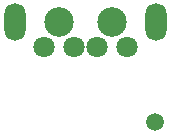
<source format=gbr>
%TF.GenerationSoftware,KiCad,Pcbnew,(5.1.9)-1*%
%TF.CreationDate,2021-04-16T13:15:18-04:00*%
%TF.ProjectId,mega_nrf24_usb,6d656761-5f6e-4726-9632-345f7573622e,rev?*%
%TF.SameCoordinates,Original*%
%TF.FileFunction,Soldermask,Bot*%
%TF.FilePolarity,Negative*%
%FSLAX46Y46*%
G04 Gerber Fmt 4.6, Leading zero omitted, Abs format (unit mm)*
G04 Created by KiCad (PCBNEW (5.1.9)-1) date 2021-04-16 13:15:18*
%MOMM*%
%LPD*%
G01*
G04 APERTURE LIST*
%ADD10C,1.800000*%
%ADD11C,2.500000*%
%ADD12O,1.800000X3.200000*%
%ADD13C,1.500000*%
G04 APERTURE END LIST*
D10*
%TO.C,J2*%
X246971500Y-91825500D03*
X249471500Y-91825500D03*
X251471500Y-91825500D03*
X253971500Y-91825500D03*
D11*
X248221500Y-89725500D03*
X252721500Y-89725500D03*
D12*
X244471500Y-89725500D03*
X256471500Y-89725500D03*
%TD*%
D13*
%TO.C,TP1*%
X256362200Y-98183700D03*
%TD*%
M02*

</source>
